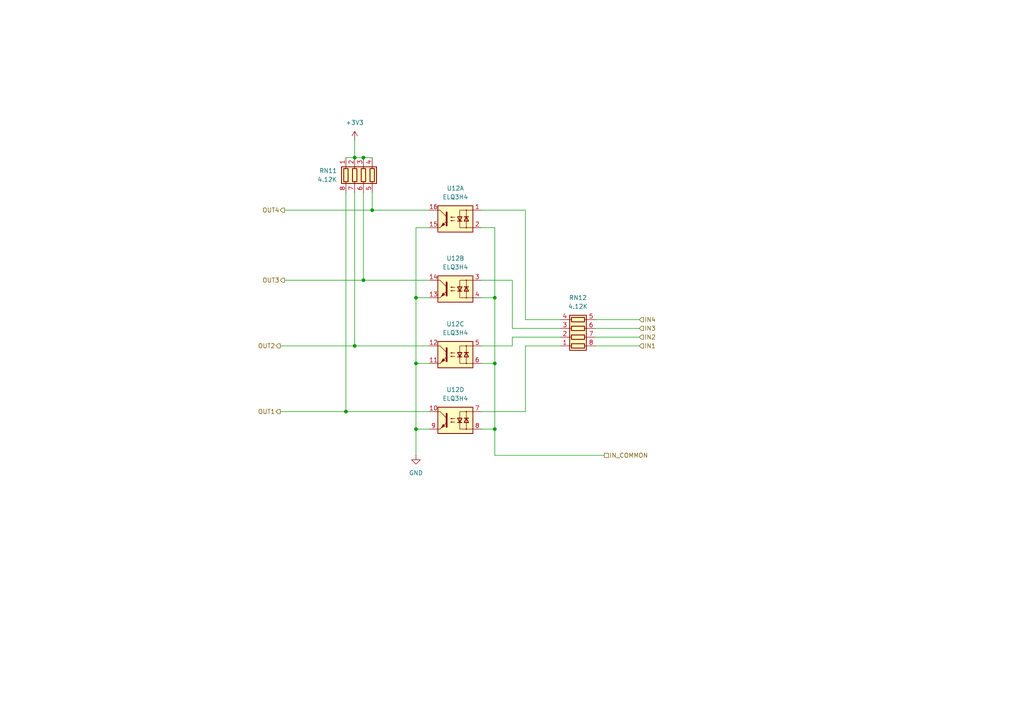
<source format=kicad_sch>
(kicad_sch (version 20231120) (generator "eeschema") (generator_version "8.0")
  (paper "A4")
  (lib_symbols
    (symbol "Device:R_Pack04" (pin_names (offset 0) hide)
      (property "Reference" "RN" (at -7.62 0 90))
      (property "Value" "R_Pack04" (at 5.08 0 90))
      (symbol "R_Pack04_0_1"
        (rectangle (start -6.35 -2.413) (end 3.81 2.413) (stroke (width 0.254)) (fill (type background)))
        (rectangle (start -5.715 1.905) (end -4.445 -1.905) (stroke (width 0.254)))
        (rectangle (start -3.175 1.905) (end -1.905 -1.905) (stroke (width 0.254)))
        (rectangle (start -0.635 1.905) (end 0.635 -1.905) (stroke (width 0.254)))
        (polyline (pts (xy -5.08 -2.54) (xy -5.08 -1.905)))
        (polyline (pts (xy -5.08 1.905) (xy -5.08 2.54)))
        (polyline (pts (xy -2.54 -2.54) (xy -2.54 -1.905)))
        (polyline (pts (xy -2.54 1.905) (xy -2.54 2.54)))
        (polyline (pts (xy 0 -2.54) (xy 0 -1.905)))
        (polyline (pts (xy 0 1.905) (xy 0 2.54)))
        (polyline (pts (xy 2.54 -2.54) (xy 2.54 -1.905)))
        (polyline (pts (xy 2.54 1.905) (xy 2.54 2.54)))
        (rectangle (start 1.905 1.905) (end 3.175 -1.905) (stroke (width 0.254)))
      )
      (symbol "R_Pack04_1_1"
        (pin passive line (at -5.08 -5.08 90) (length 2.54) (name "R1.1") (number "1"))
        (pin passive line (at -2.54 -5.08 90) (length 2.54) (name "R2.1") (number "2"))
        (pin passive line (at 0 -5.08 90) (length 2.54) (name "R3.1") (number "3"))
        (pin passive line (at 2.54 -5.08 90) (length 2.54) (name "R4.1") (number "4"))
        (pin passive line (at 2.54 5.08 270) (length 2.54) (name "R4.2") (number "5"))
        (pin passive line (at 0 5.08 270) (length 2.54) (name "R3.2") (number "6"))
        (pin passive line (at -2.54 5.08 270) (length 2.54) (name "R2.2") (number "7"))
        (pin passive line (at -5.08 5.08 270) (length 2.54) (name "R1.2") (number "8"))
      )
    )
    (symbol "hadv-buffers-translators:ELQ3H4" (pin_names (offset 1.016))
      (property "Reference" "U" (at -5.08 5.08 0))
      (property "Value" "ELQ3H4" (at 0 5.08 0))
      (symbol "ELQ3H4_0_1"
        (rectangle (start -5.08 3.81) (end 5.08 -3.81) (stroke (width 0.254)) (fill (type background)))
        (circle (center -3.175 -2.54) (radius 0.127))
        (circle (center -3.175 2.54) (radius 0.127))
        (polyline (pts (xy -3.81 0.635) (xy -2.54 0.635)) (stroke (width 0.254)))
        (polyline (pts (xy -3.175 0.635) (xy -3.175 -2.54)))
        (polyline (pts (xy -3.175 0.635) (xy -3.175 2.54)))
        (polyline (pts (xy -1.905 -0.635) (xy -0.635 -0.635)) (stroke (width 0.254)))
        (polyline (pts (xy 2.54 0.635) (xy 4.445 2.54)))
        (polyline (pts (xy 4.445 -2.54) (xy 2.54 -0.635)) (fill (type outline)))
        (polyline (pts (xy 4.445 -2.54) (xy 5.08 -2.54)))
        (polyline (pts (xy 4.445 2.54) (xy 5.08 2.54)))
        (polyline (pts (xy -5.08 2.54) (xy -1.27 2.54) (xy -1.27 -0.635)))
        (polyline (pts (xy -1.27 -0.635) (xy -1.27 -2.54) (xy -5.08 -2.54)))
        (polyline (pts (xy 2.54 1.905) (xy 2.54 -1.905) (xy 2.54 -1.905)) (stroke (width 0.508)))
        (polyline (pts (xy -3.175 0.635) (xy -3.81 -0.635) (xy -2.54 -0.635) (xy -3.175 0.635)) (stroke (width 0.254)))
        (polyline (pts (xy -1.27 -0.635) (xy -1.905 0.635) (xy -0.635 0.635) (xy -1.27 -0.635)) (stroke (width 0.254)))
        (polyline (pts (xy 0.127 -0.508) (xy 1.397 -0.508) (xy 1.016 -0.635) (xy 1.016 -0.381) (xy 1.397 -0.508)))
        (polyline (pts (xy 0.127 0.508) (xy 1.397 0.508) (xy 1.016 0.381) (xy 1.016 0.635) (xy 1.397 0.508)))
        (polyline (pts (xy 3.048 -1.651) (xy 3.556 -1.143) (xy 4.064 -2.159) (xy 3.048 -1.651) (xy 3.048 -1.651)) (fill (type outline)))
      )
      (symbol "ELQ3H4_1_1"
        (pin passive line (at -7.62 2.54 0) (length 2.54) (name "~") (number "1"))
        (pin passive line (at 7.62 -2.54 180) (length 2.54) (name "~") (number "15"))
        (pin passive line (at 7.62 2.54 180) (length 2.54) (name "~") (number "16"))
        (pin passive line (at -7.62 -2.54 0) (length 2.54) (name "~") (number "2"))
      )
      (symbol "ELQ3H4_2_1"
        (pin passive line (at 7.62 -2.54 180) (length 2.54) (name "~") (number "13"))
        (pin passive line (at 7.62 2.54 180) (length 2.54) (name "~") (number "14"))
        (pin passive line (at -7.62 2.54 0) (length 2.54) (name "~") (number "3"))
        (pin passive line (at -7.62 -2.54 0) (length 2.54) (name "~") (number "4"))
      )
      (symbol "ELQ3H4_3_1"
        (pin passive line (at 7.62 -2.54 180) (length 2.54) (name "~") (number "11"))
        (pin passive line (at 7.62 2.54 180) (length 2.54) (name "~") (number "12"))
        (pin passive line (at -7.62 2.54 0) (length 2.54) (name "~") (number "5"))
        (pin passive line (at -7.62 -2.54 0) (length 2.54) (name "~") (number "6"))
      )
      (symbol "ELQ3H4_4_1"
        (pin passive line (at 7.62 2.54 180) (length 2.54) (name "~") (number "10"))
        (pin passive line (at -7.62 2.54 0) (length 2.54) (name "~") (number "7"))
        (pin passive line (at -7.62 -2.54 0) (length 2.54) (name "~") (number "8"))
        (pin passive line (at 7.62 -2.54 180) (length 2.54) (name "~") (number "9"))
      )
    )
    (symbol "power:+3V3" (power) (pin_numbers hide) (pin_names (offset 0) hide)
      (property "Value" "+3V3" (at 0 3.556 0))
      (symbol "+3V3_0_1"
        (polyline (pts (xy -0.762 1.27) (xy 0 2.54)))
        (polyline (pts (xy 0 0) (xy 0 2.54)))
        (polyline (pts (xy 0 2.54) (xy 0.762 1.27)))
      )
      (symbol "+3V3_1_1"
        (pin power_in line (at 0 0 90) (length 0) (name "~") (number "1"))
      )
    )
    (symbol "power:GND" (power) (pin_numbers hide) (pin_names (offset 0) hide)
      (property "Value" "GND" (at 0 -3.81 0))
      (symbol "GND_0_1"
        (polyline (pts (xy 0 0) (xy 0 -1.27) (xy 1.27 -1.27) (xy 0 -2.54) (xy -1.27 -1.27) (xy 0 -1.27)))
      )
      (symbol "GND_1_1"
        (pin power_in line (at 0 0 270) (length 0) (name "~") (number "1"))
      )
    )
  )
  (junction (at 143.51 124.46))
  (junction (at 105.41 45.72))
  (junction (at 120.65 86.36))
  (junction (at 120.65 124.46))
  (junction (at 143.51 86.36))
  (junction (at 100.33 119.38))
  (junction (at 107.95 60.96))
  (junction (at 105.41 81.28))
  (junction (at 143.51 105.41))
  (junction (at 120.65 105.41))
  (junction (at 102.87 45.72))
  (junction (at 102.87 100.33))
  (wire (pts (xy 82.55 81.28) (xy 105.41 81.28)))
  (wire (pts (xy 139.7 66.04) (xy 143.51 66.04)))
  (wire (pts (xy 105.41 55.88) (xy 105.41 81.28)))
  (wire (pts (xy 102.87 100.33) (xy 124.46 100.33)))
  (wire (pts (xy 162.56 100.33) (xy 152.4 100.33)))
  (wire (pts (xy 102.87 55.88) (xy 102.87 100.33)))
  (wire (pts (xy 105.41 81.28) (xy 124.46 81.28)))
  (wire (pts (xy 102.87 45.72) (xy 105.41 45.72)))
  (wire (pts (xy 124.46 66.04) (xy 120.65 66.04)))
  (wire (pts (xy 107.95 60.96) (xy 124.46 60.96)))
  (wire (pts (xy 105.41 45.72) (xy 107.95 45.72)))
  (wire (pts (xy 82.55 60.96) (xy 107.95 60.96)))
  (wire (pts (xy 139.7 124.46) (xy 143.51 124.46)))
  (wire (pts (xy 152.4 100.33) (xy 152.4 119.38)))
  (wire (pts (xy 143.51 124.46) (xy 143.51 132.08)))
  (wire (pts (xy 162.56 92.71) (xy 152.4 92.71)))
  (wire (pts (xy 172.72 95.25) (xy 185.42 95.25)))
  (wire (pts (xy 120.65 86.36) (xy 124.46 86.36)))
  (wire (pts (xy 172.72 97.79) (xy 185.42 97.79)))
  (wire (pts (xy 100.33 45.72) (xy 102.87 45.72)))
  (wire (pts (xy 162.56 95.25) (xy 148.59 95.25)))
  (wire (pts (xy 81.28 100.33) (xy 102.87 100.33)))
  (wire (pts (xy 143.51 105.41) (xy 143.51 124.46)))
  (wire (pts (xy 107.95 55.88) (xy 107.95 60.96)))
  (wire (pts (xy 120.65 86.36) (xy 120.65 105.41)))
  (wire (pts (xy 143.51 66.04) (xy 143.51 86.36)))
  (wire (pts (xy 148.59 81.28) (xy 139.7 81.28)))
  (wire (pts (xy 120.65 124.46) (xy 124.46 124.46)))
  (wire (pts (xy 172.72 100.33) (xy 185.42 100.33)))
  (wire (pts (xy 148.59 100.33) (xy 139.7 100.33)))
  (wire (pts (xy 100.33 55.88) (xy 100.33 119.38)))
  (wire (pts (xy 139.7 105.41) (xy 143.51 105.41)))
  (wire (pts (xy 172.72 92.71) (xy 185.42 92.71)))
  (wire (pts (xy 102.87 40.64) (xy 102.87 45.72)))
  (wire (pts (xy 120.65 66.04) (xy 120.65 86.36)))
  (wire (pts (xy 148.59 95.25) (xy 148.59 81.28)))
  (wire (pts (xy 120.65 105.41) (xy 120.65 124.46)))
  (wire (pts (xy 143.51 132.08) (xy 175.26 132.08)))
  (wire (pts (xy 152.4 60.96) (xy 139.7 60.96)))
  (wire (pts (xy 162.56 97.79) (xy 148.59 97.79)))
  (wire (pts (xy 81.28 119.38) (xy 100.33 119.38)))
  (wire (pts (xy 120.65 124.46) (xy 120.65 132.08)))
  (wire (pts (xy 152.4 119.38) (xy 139.7 119.38)))
  (wire (pts (xy 139.7 86.36) (xy 143.51 86.36)))
  (wire (pts (xy 148.59 97.79) (xy 148.59 100.33)))
  (wire (pts (xy 100.33 119.38) (xy 124.46 119.38)))
  (wire (pts (xy 120.65 105.41) (xy 124.46 105.41)))
  (wire (pts (xy 152.4 92.71) (xy 152.4 60.96)))
  (wire (pts (xy 143.51 86.36) (xy 143.51 105.41)))
  (hierarchical_label "OUT2" (shape output) (at 81.28 100.33 180))
  (hierarchical_label "IN1" (shape input) (at 185.42 100.33 0))
  (hierarchical_label "OUT3" (shape output) (at 82.55 81.28 180))
  (hierarchical_label "IN_COMMON" (shape passive) (at 175.26 132.08 0))
  (hierarchical_label "IN4" (shape input) (at 185.42 92.71 0))
  (hierarchical_label "IN2" (shape input) (at 185.42 97.79 0))
  (hierarchical_label "OUT1" (shape output) (at 81.28 119.38 180))
  (hierarchical_label "IN3" (shape input) (at 185.42 95.25 0))
  (hierarchical_label "OUT4" (shape output) (at 82.55 60.96 180))
  (symbol (lib_id "Device:R_Pack04") (at 167.64 95.25 270) (mirror x) (unit 1)
    (property "Reference" "RN12" (at 167.64 86.36 90))
    (property "Value" "4.12K" (at 167.64 88.9 90))
    (property "Footprint" "Resistor_SMD:R_Array_Convex_4x0603" (effects (hide yes)))
    (property "Description" "4 resistor network, parallel topology" (effects (hide yes)))
    (property "LCSC#" "C728970" (effects (hide yes)))
    (instances (project "rioctrl-shiftio" (path "" (reference "RN12") (unit 1)) (path "" (reference "RN8") (unit 1)) (path "" (reference "RN10") (unit 1)) (path "" (reference "RN6") (unit 1))))
  )
  (symbol (lib_id "Device:R_Pack04") (at 105.41 50.8 0) (mirror x) (unit 1)
    (property "Reference" "RN11" (at 97.79 49.5299 0) (effects (justify right)))
    (property "Value" "4.12K" (at 97.79 52.0699 0) (effects (justify right)))
    (property "Footprint" "Resistor_SMD:R_Array_Convex_4x0603" (effects (hide yes)))
    (property "Description" "4 resistor network, parallel topology" (effects (hide yes)))
    (property "LCSC#" "C728970" (effects (hide yes)))
    (instances (project "rioctrl-shiftio" (path "" (reference "RN11") (unit 1)) (path "" (reference "RN7") (unit 1)) (path "" (reference "RN9") (unit 1)) (path "" (reference "RN5") (unit 1))))
  )
  (symbol (lib_id "hadv-buffers-translators:ELQ3H4") (at 132.08 102.87 0) (mirror y) (unit 3)
    (property "Reference" "U12" (at 132.08 93.98 0))
    (property "Value" "ELQ3H4" (at 132.08 96.52 0))
    (property "Footprint" "Package_SO:SOIC-16W_5.3x10.2mm_P1.27mm" (effects (hide yes)))
    (property "Datasheet" "https://datasheet.lcsc.com/lcsc/1810301025_Everlight-Elec-ELQ3H4-TA-G_C150957.pdf" (effects (hide yes)))
    (property "Description" "Quad AC/DC Optocoupler, Vce 80V, CTR 20%, SOIC-16" (effects (hide yes)))
    (property "MPN" "ELQ3H4(TA)-G" (effects (hide yes)))
    (property "Manufacturer" "Everlight Elec" (effects (hide yes)))
    (property "LCSC#" "C150957" (effects (hide yes)))
    (instances (project "rioctrl-shiftio" (path "" (reference "U12") (unit 3)) (path "" (reference "U10") (unit 3)) (path "" (reference "U11") (unit 3)) (path "" (reference "U9") (unit 3))))
  )
  (symbol (lib_id "power:+3V3") (at 102.87 40.64 0) (unit 1)
    (property "Reference" "#PWR036" (effects (hide yes)))
    (property "Value" "+3V3" (at 102.87 35.56 0))
    (property "Description" "Power symbol creates a global label with name \"+3V3\"" (effects (hide yes)))
    (instances (project "rioctrl-shiftio" (path "" (reference "#PWR036") (unit 1)) (path "" (reference "#PWR032") (unit 1)) (path "" (reference "#PWR034") (unit 1)) (path "" (reference "#PWR030") (unit 1))))
  )
  (symbol (lib_id "hadv-buffers-translators:ELQ3H4") (at 132.08 121.92 0) (mirror y) (unit 4)
    (property "Reference" "U12" (at 132.08 113.03 0))
    (property "Value" "ELQ3H4" (at 132.08 115.57 0))
    (property "Footprint" "Package_SO:SOIC-16W_5.3x10.2mm_P1.27mm" (effects (hide yes)))
    (property "Datasheet" "https://datasheet.lcsc.com/lcsc/1810301025_Everlight-Elec-ELQ3H4-TA-G_C150957.pdf" (effects (hide yes)))
    (property "Description" "Quad AC/DC Optocoupler, Vce 80V, CTR 20%, SOIC-16" (effects (hide yes)))
    (property "MPN" "ELQ3H4(TA)-G" (effects (hide yes)))
    (property "Manufacturer" "Everlight Elec" (effects (hide yes)))
    (property "LCSC#" "C150957" (effects (hide yes)))
    (instances (project "rioctrl-shiftio" (path "" (reference "U12") (unit 4)) (path "" (reference "U10") (unit 4)) (path "" (reference "U11") (unit 4)) (path "" (reference "U9") (unit 4))))
  )
  (symbol (lib_id "hadv-buffers-translators:ELQ3H4") (at 132.08 63.5 0) (mirror y) (unit 1)
    (property "Reference" "U12" (at 132.08 54.61 0))
    (property "Value" "ELQ3H4" (at 132.08 57.15 0))
    (property "Footprint" "Package_SO:SOIC-16W_5.3x10.2mm_P1.27mm" (effects (hide yes)))
    (property "Datasheet" "https://datasheet.lcsc.com/lcsc/1810301025_Everlight-Elec-ELQ3H4-TA-G_C150957.pdf" (effects (hide yes)))
    (property "Description" "Quad AC/DC Optocoupler, Vce 80V, CTR 20%, SOIC-16" (effects (hide yes)))
    (property "MPN" "ELQ3H4(TA)-G" (effects (hide yes)))
    (property "Manufacturer" "Everlight Elec" (effects (hide yes)))
    (property "LCSC#" "C150957" (effects (hide yes)))
    (instances (project "rioctrl-shiftio" (path "" (reference "U12") (unit 1)) (path "" (reference "U10") (unit 1)) (path "" (reference "U11") (unit 1)) (path "" (reference "U9") (unit 1))))
  )
  (symbol (lib_id "power:GND") (at 120.65 132.08 0) (unit 1)
    (property "Reference" "#PWR037" (effects (hide yes)))
    (property "Value" "GND" (at 120.65 137.16 0))
    (property "Description" "Power symbol creates a global label with name \"GND\" , ground" (effects (hide yes)))
    (instances (project "rioctrl-shiftio" (path "" (reference "#PWR037") (unit 1)) (path "" (reference "#PWR033") (unit 1)) (path "" (reference "#PWR035") (unit 1)) (path "" (reference "#PWR031") (unit 1))))
  )
  (symbol (lib_id "hadv-buffers-translators:ELQ3H4") (at 132.08 83.82 0) (mirror y) (unit 2)
    (property "Reference" "U12" (at 132.08 74.93 0))
    (property "Value" "ELQ3H4" (at 132.08 77.47 0))
    (property "Footprint" "Package_SO:SOIC-16W_5.3x10.2mm_P1.27mm" (effects (hide yes)))
    (property "Datasheet" "https://datasheet.lcsc.com/lcsc/1810301025_Everlight-Elec-ELQ3H4-TA-G_C150957.pdf" (effects (hide yes)))
    (property "Description" "Quad AC/DC Optocoupler, Vce 80V, CTR 20%, SOIC-16" (effects (hide yes)))
    (property "MPN" "ELQ3H4(TA)-G" (effects (hide yes)))
    (property "Manufacturer" "Everlight Elec" (effects (hide yes)))
    (property "LCSC#" "C150957" (effects (hide yes)))
    (instances (project "rioctrl-shiftio" (path "" (reference "U12") (unit 2)) (path "" (reference "U10") (unit 2)) (path "" (reference "U11") (unit 2)) (path "" (reference "U9") (unit 2))))
  )
)
</source>
